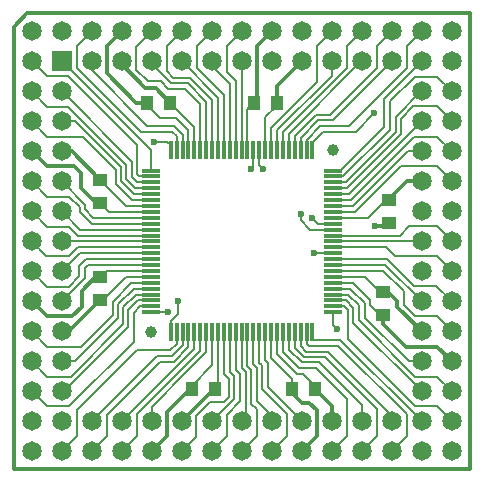
<source format=gtl>
G04 Layer_Physical_Order=1*
G04 Layer_Color=255*
%FSLAX44Y44*%
%MOMM*%
G71*
G01*
G75*
%ADD10R,1.5000X0.3000*%
%ADD11R,0.3000X1.5000*%
%ADD12C,1.0000*%
%ADD13R,1.3000X1.0000*%
%ADD14R,1.0000X1.3000*%
%ADD15C,0.2000*%
%ADD16C,0.3500*%
%ADD17C,1.6510*%
%ADD18R,1.6510X1.6510*%
%ADD19C,0.6000*%
D10*
X-77000Y60000D02*
D03*
Y55000D02*
D03*
Y50000D02*
D03*
Y45000D02*
D03*
Y40000D02*
D03*
Y35000D02*
D03*
Y30000D02*
D03*
Y25000D02*
D03*
Y20000D02*
D03*
Y15000D02*
D03*
Y10000D02*
D03*
Y5000D02*
D03*
Y-0D02*
D03*
Y-5000D02*
D03*
Y-10000D02*
D03*
Y-15000D02*
D03*
Y-20000D02*
D03*
Y-25000D02*
D03*
Y-30000D02*
D03*
Y-35000D02*
D03*
Y-40000D02*
D03*
Y-45000D02*
D03*
Y-50000D02*
D03*
Y-55000D02*
D03*
Y-60000D02*
D03*
X77000D02*
D03*
Y-55000D02*
D03*
Y-50000D02*
D03*
Y-45000D02*
D03*
Y-40000D02*
D03*
Y-35000D02*
D03*
Y-30000D02*
D03*
Y-25000D02*
D03*
Y-20000D02*
D03*
Y-15000D02*
D03*
Y-10000D02*
D03*
Y-5000D02*
D03*
Y-0D02*
D03*
Y5000D02*
D03*
Y10000D02*
D03*
Y15000D02*
D03*
Y20000D02*
D03*
Y25000D02*
D03*
Y30000D02*
D03*
Y35000D02*
D03*
Y40000D02*
D03*
Y45000D02*
D03*
Y50000D02*
D03*
Y55000D02*
D03*
Y60000D02*
D03*
D11*
X-60000Y-77000D02*
D03*
X-55000D02*
D03*
X-50000D02*
D03*
X-45000D02*
D03*
X-40000D02*
D03*
X-35000D02*
D03*
X-30000D02*
D03*
X-25000D02*
D03*
X-20000D02*
D03*
X-15000D02*
D03*
X-10000D02*
D03*
X-5000D02*
D03*
X-0D02*
D03*
X5000D02*
D03*
X10000D02*
D03*
X15000D02*
D03*
X20000D02*
D03*
X25000D02*
D03*
X30000D02*
D03*
X35000D02*
D03*
X40000D02*
D03*
X45000D02*
D03*
X50000D02*
D03*
X55000D02*
D03*
X60000D02*
D03*
Y77000D02*
D03*
X55000D02*
D03*
X50000D02*
D03*
X45000D02*
D03*
X40000D02*
D03*
X35000D02*
D03*
X30000D02*
D03*
X25000D02*
D03*
X20000D02*
D03*
X15000D02*
D03*
X10000D02*
D03*
X5000D02*
D03*
X-0D02*
D03*
X-5000D02*
D03*
X-10000D02*
D03*
X-15000D02*
D03*
X-20000D02*
D03*
X-25000D02*
D03*
X-30000D02*
D03*
X-35000D02*
D03*
X-40000D02*
D03*
X-45000D02*
D03*
X-50000D02*
D03*
X-55000D02*
D03*
X-60000D02*
D03*
D12*
X77000D02*
D03*
X-77000Y-77000D02*
D03*
D13*
X-120000Y52250D02*
D03*
Y32750D02*
D03*
Y-30250D02*
D03*
Y-49750D02*
D03*
X120000Y-62250D02*
D03*
Y-42750D02*
D03*
X125000Y15250D02*
D03*
Y34750D02*
D03*
D14*
X-42250Y-125000D02*
D03*
X-22750D02*
D03*
X42750D02*
D03*
X62250D02*
D03*
X29750Y117500D02*
D03*
X10250D02*
D03*
X-60250D02*
D03*
X-79750D02*
D03*
D15*
X-77000Y60000D02*
Y76999D01*
X-152400Y152400D02*
X-77000Y76999D01*
X-165150Y139750D02*
X-147000D01*
X-177800Y152400D02*
X-165150Y139750D01*
X-164800Y114000D02*
X-147000D01*
X-177800Y127000D02*
X-164800Y114000D01*
X-147000Y139750D02*
X-88500Y81250D01*
X-152400Y127000D02*
X-93000Y67600D01*
X-147000Y114000D02*
X-97500Y64500D01*
X-152400Y101600D02*
X-140964D01*
X-102000Y62636D01*
X-134478Y88750D02*
X-106500Y60772D01*
X-164950Y88750D02*
X-134478D01*
X-177800Y101600D02*
X-164950Y88750D01*
X-91228Y40000D02*
X-77000D01*
X-102000Y50772D02*
Y62636D01*
Y50772D02*
X-91228Y40000D01*
X-88500Y57000D02*
Y81250D01*
Y57000D02*
X-86500Y55000D01*
X-77000D01*
X-88500Y50000D02*
X-77000D01*
X-93000Y54500D02*
X-88500Y50000D01*
X-93000Y54500D02*
Y67600D01*
X-97500Y52636D02*
Y64500D01*
Y52636D02*
X-89864Y45000D01*
X-77000D01*
X-106500Y48750D02*
Y60772D01*
Y48750D02*
X-92750Y35000D01*
X-77000D01*
X-97750Y30000D02*
X-77000D01*
X-120000Y52250D02*
X-97750Y30000D01*
X-112250Y25000D02*
X-77000D01*
X-120000Y32750D02*
X-112250Y25000D01*
X-125500Y20000D02*
X-77000D01*
X-127000Y15000D02*
X-77000D01*
X-132550Y27050D02*
X-125500Y20000D01*
X-132550Y27050D02*
Y30950D01*
X-152400Y50800D02*
X-132550Y30950D01*
X-137050Y25050D02*
X-127000Y15000D01*
X-137050Y25050D02*
Y29086D01*
X-145714Y37750D02*
X-137050Y29086D01*
X-164750Y37750D02*
X-145714D01*
X-177800Y50800D02*
X-164750Y37750D01*
X-137000Y10000D02*
X-77000D01*
X-152400Y25400D02*
X-137000Y10000D01*
X-138750Y5000D02*
X-77000D01*
X-146250Y12500D02*
X-138750Y5000D01*
X-164900Y12500D02*
X-146250D01*
X-177800Y25400D02*
X-164900Y12500D01*
X-152400Y-0D02*
X-77000D01*
X-138750Y-5000D02*
X-77000D01*
X-146250Y-12500D02*
X-138750Y-5000D01*
X-165300Y-12500D02*
X-146250D01*
X-177800Y-0D02*
X-165300Y-12500D01*
X-137000Y-10000D02*
X-77000D01*
X-152400Y-25400D02*
X-137000Y-10000D01*
X-177800Y-25400D02*
X-164950Y-38250D01*
X-132000Y-15000D02*
X-77000D01*
X-137500Y-20500D02*
X-132000Y-15000D01*
X-129750Y-20000D02*
X-77000D01*
X-132500Y-22750D02*
X-129750Y-20000D01*
X-152400Y-50800D02*
X-132500Y-30900D01*
Y-22750D01*
X-164950Y-38250D02*
X-146214D01*
X-137500Y-29536D01*
Y-20500D01*
X-165000Y-89000D02*
X-136250D01*
X-177800Y-76200D02*
X-165000Y-89000D01*
X-152400Y-101600D02*
X-141350D01*
X-164900Y-114500D02*
X-144750D01*
X-177800Y-101600D02*
X-164900Y-114500D01*
X-152400Y-127000D02*
X-150000D01*
X-86000Y-55000D02*
X-77000D01*
X-114750Y-25000D02*
X-77000D01*
X-120000Y-30250D02*
X-114750Y-25000D01*
X-91500Y-40000D02*
X-77000D01*
X-87500Y-50000D02*
X-77000D01*
X-89750Y-45000D02*
X-77000D01*
X-93250Y-35000D02*
X-77000D01*
X-120000Y-49750D02*
X-117250D01*
X-97500Y-30000D01*
X-77000D01*
X-136250Y-89000D02*
X-109250Y-62000D01*
Y-51000D01*
X-93250Y-35000D01*
X-104750Y-53250D02*
X-91500Y-40000D01*
X-141350Y-101600D02*
X-104750Y-65000D01*
Y-53250D01*
X-100250Y-55500D02*
X-89750Y-45000D01*
X-144750Y-114500D02*
X-100250Y-70000D01*
Y-55500D01*
X-95750Y-58250D02*
X-87500Y-50000D01*
X-150000Y-127000D02*
X-95750Y-72750D01*
Y-58250D01*
X-91250Y-60250D02*
X-86000Y-55000D01*
X-177800Y-127000D02*
X-165050Y-139750D01*
X-91250Y-84750D02*
Y-60250D01*
X-165050Y-139750D02*
X-146250D01*
X-91250Y-84750D01*
X-139500Y-143000D02*
X-88250Y-91750D01*
X-139500Y-164900D02*
Y-143000D01*
X-152400Y-177800D02*
X-139500Y-164900D01*
X-127000Y-152400D02*
X-71600Y-97000D01*
X-127000Y-177800D02*
X-114250Y-165050D01*
Y-146750D01*
X-69250Y-101750D01*
X-55000Y-86500D02*
Y-77000D01*
X-50000Y-87864D02*
Y-77000D01*
X-45000Y-89228D02*
Y-77000D01*
X-40000Y-90800D02*
Y-77000D01*
X-101600Y-177800D02*
X-88750Y-164950D01*
X-35000Y-92500D02*
Y-77000D01*
X-76200Y-152400D02*
Y-140001D01*
X-88750Y-164950D02*
Y-146187D01*
X-88250Y-91750D02*
X-60250D01*
X-55000Y-86500D01*
X-71600Y-97000D02*
X-59136D01*
X-50000Y-87864D01*
X-69250Y-101750D02*
X-57522D01*
X-45000Y-89228D01*
X-101600Y-152400D02*
X-40000Y-90800D01*
X-48064Y-105500D02*
X-48000D01*
X-35000Y-92500D01*
X-88750Y-146187D02*
X-48064Y-105500D01*
X-76200Y-140001D02*
X-46199Y-110000D01*
X-46136D01*
X-30000Y-93864D01*
Y-77000D01*
X-42250Y-125000D02*
Y-122000D01*
X-25000Y-104750D01*
Y-77000D01*
X-22750Y-125000D02*
X-20000Y-122250D01*
Y-77000D01*
X-50800Y-177800D02*
X-38250Y-165250D01*
Y-147750D01*
X-26500Y-136000D01*
X-15000D01*
X-15000Y-112500D02*
Y-77000D01*
X-25400Y-152400D02*
X-24650D01*
X-10000Y-110250D02*
Y-77000D01*
X-25400Y-177800D02*
X-12750Y-165150D01*
Y-146864D01*
X-5000Y-108750D02*
Y-77000D01*
X0Y-107386D02*
Y-77000D01*
X-0Y-177800D02*
X12750Y-165050D01*
X5000Y-105500D02*
Y-77000D01*
X12750Y-165050D02*
Y-141750D01*
X25400Y-152400D02*
Y-147650D01*
X10000Y-104000D02*
Y-77000D01*
X25400Y-177800D02*
X38250Y-164950D01*
Y-146250D01*
X15000Y-102636D02*
Y-77000D01*
X17250Y-125250D02*
X38250Y-146250D01*
X17250Y-125250D02*
Y-104886D01*
X15000Y-102636D02*
X17250Y-104886D01*
X10000Y-104000D02*
X12750Y-106750D01*
Y-135000D02*
X25400Y-147650D01*
X12750Y-135000D02*
Y-106750D01*
X8250Y-137250D02*
X12750Y-141750D01*
X8250Y-137250D02*
Y-108750D01*
X5000Y-105500D02*
X8250Y-108750D01*
X-0Y-152400D02*
X3500Y-148900D01*
Y-110886D01*
X0Y-107386D02*
X3500Y-110886D01*
X-12750Y-146864D02*
X-1250Y-135364D01*
Y-112500D01*
X-5000Y-108750D02*
X-1250Y-112500D01*
X-24650Y-152400D02*
X-6000Y-133750D01*
Y-114250D01*
X-10000Y-110250D02*
X-6000Y-114250D01*
X-15000Y-136000D02*
X-11000Y-132000D01*
Y-116500D01*
X-15000Y-112500D02*
X-11000Y-116500D01*
X50800Y-152400D02*
Y-152050D01*
X22250Y-123500D02*
X50800Y-152050D01*
X22250Y-123500D02*
Y-103000D01*
X20000Y-100750D02*
X22250Y-103000D01*
X20000Y-100750D02*
Y-77000D01*
X42750Y-125000D02*
Y-116250D01*
X25000Y-98500D02*
X42750Y-116250D01*
X25000Y-98500D02*
Y-77000D01*
X62250Y-125000D02*
Y-122250D01*
X52250Y-112250D02*
X62250Y-122250D01*
X46750Y-112250D02*
X52250D01*
X30000Y-95500D02*
X46750Y-112250D01*
X30000Y-95500D02*
Y-77000D01*
X76200Y-177800D02*
X89000Y-165000D01*
Y-133250D01*
X35000Y-93750D02*
Y-77000D01*
Y-93750D02*
X48500Y-107250D01*
X63000D01*
X89000Y-133250D01*
X101600Y-152400D02*
Y-138600D01*
X65500Y-102500D02*
X101600Y-138600D01*
X50750Y-102500D02*
X65500D01*
X40000Y-91750D02*
X50750Y-102500D01*
X40000Y-91750D02*
Y-77000D01*
X101600Y-177800D02*
X114250Y-165150D01*
Y-141500D01*
X70750Y-98000D02*
X114250Y-141500D01*
X52750Y-98000D02*
X70750D01*
X45000Y-90250D02*
X52750Y-98000D01*
X45000Y-90250D02*
Y-77000D01*
X127000Y-152400D02*
Y-147500D01*
X72750Y-93250D02*
X127000Y-147500D01*
X54364Y-93250D02*
X72750D01*
X50000Y-88886D02*
X54364Y-93250D01*
X50000Y-88886D02*
Y-77000D01*
X127000Y-177800D02*
X139750Y-165050D01*
X55000Y-86500D02*
X57250Y-88750D01*
X55000Y-86500D02*
Y-77000D01*
X57250Y-88750D02*
X82000D01*
X139750Y-146500D01*
Y-165050D02*
Y-146500D01*
X165150Y-139750D02*
X177800Y-152400D01*
X146750Y-139750D02*
X165150D01*
X89750Y-82750D02*
X146750Y-139750D01*
X87000Y-55000D02*
X89750Y-57750D01*
X77000Y-55000D02*
X87000D01*
X88500Y-50000D02*
X94500Y-56000D01*
X77000Y-50000D02*
X88500D01*
X165300Y-114500D02*
X177800Y-127000D01*
X147250Y-114500D02*
X165300D01*
X90250Y-45000D02*
X99250Y-54000D01*
X77000Y-45000D02*
X90250D01*
X141350Y-101600D02*
X152400D01*
X92000Y-40000D02*
X104250Y-52250D01*
X77000Y-40000D02*
X92000D01*
X77000Y-35000D02*
X94750D01*
X165100Y-63500D02*
X177800Y-76200D01*
X147250Y-63500D02*
X165100D01*
X137250Y-53500D02*
X147250Y-63500D01*
X137250Y-53500D02*
Y-42150D01*
X120100Y-25000D02*
X137250Y-42150D01*
X77000Y-25000D02*
X120100D01*
X77000Y-20000D02*
X121600D01*
X152400Y-50800D01*
X94750Y-35000D02*
X109000Y-49250D01*
Y-54000D02*
Y-49250D01*
Y-54000D02*
X117250Y-62250D01*
X120000D01*
X77000Y-30000D02*
X104750D01*
X117500Y-42750D01*
X120000D01*
X165000Y-38000D02*
X177800Y-50800D01*
X145964Y-38000D02*
X165000D01*
X122964Y-15000D02*
X145964Y-38000D01*
X77000Y-15000D02*
X122964D01*
X165150Y-12750D02*
X177800Y-25400D01*
X130000Y-12750D02*
X165150D01*
X122250Y-5000D02*
X130000Y-12750D01*
X77000Y-5000D02*
X122250D01*
X77000Y-0D02*
X152400D01*
X77000Y0D02*
X77000Y-0D01*
X165050Y12750D02*
X177800Y-0D01*
X141500Y12750D02*
X165050D01*
X133750Y5000D02*
X141500Y12750D01*
X77000Y5000D02*
X133750D01*
X165100Y63500D02*
X177800Y50800D01*
X165250Y88750D02*
X177800Y76200D01*
X77000Y20000D02*
X107250D01*
X122000Y34750D01*
X125000D01*
X90800Y40000D02*
X152400Y101600D01*
X77000Y40000D02*
X90800D01*
X77000Y35000D02*
X92500D01*
X146250Y88750D01*
X165250D01*
X77000Y30000D02*
X94500D01*
X140700Y76200D01*
X152400D01*
X77000Y25000D02*
X96250D01*
X134750Y63500D01*
X165100D01*
X77000Y45000D02*
X89436D01*
X135000Y90564D01*
Y103750D01*
X145500Y114250D01*
X165150D01*
X177800Y101600D01*
X77000Y50000D02*
X88000D01*
X130500Y92500D01*
Y105614D01*
X151886Y127000D01*
X152400D01*
X77000Y55000D02*
X86250D01*
X125750Y94500D01*
Y118500D01*
X146750Y139500D01*
X165300D01*
X177800Y127000D01*
X77000Y60000D02*
X83250D01*
X120500Y97250D01*
Y120500D01*
X152400Y152400D01*
X55000Y77000D02*
Y86250D01*
X66500Y97750D01*
X90750D01*
X139750Y146750D01*
Y165150D01*
X152400Y177800D01*
X50000Y77000D02*
Y87750D01*
X64750Y102500D01*
X77100D01*
X127000Y152400D01*
X45000Y77000D02*
Y89250D01*
X62750Y107000D01*
X74750D01*
X114250Y146500D01*
Y165050D01*
X127000Y177800D01*
X40000Y77000D02*
Y91000D01*
X101400Y152400D01*
X101600D01*
X35000Y77000D02*
Y92750D01*
X89000Y146750D01*
Y165200D01*
X101600Y177800D01*
X30000Y77000D02*
Y94250D01*
X76200Y140450D01*
Y152400D01*
X25000Y77000D02*
Y96250D01*
X63500Y134750D01*
Y165100D01*
X76200Y177800D01*
X5000Y77000D02*
Y112250D01*
X-0Y77000D02*
Y152400D01*
X-5000Y77000D02*
Y135750D01*
X-12500Y143250D02*
X-5000Y135750D01*
X-12500Y143250D02*
Y165300D01*
X-0Y177800D01*
X-10000Y77000D02*
Y133500D01*
X-25400Y148900D02*
X-10000Y133500D01*
X-25400Y148900D02*
Y152400D01*
X-38000Y165200D02*
X-25400Y177800D01*
X-20000Y77000D02*
Y121600D01*
X-50800Y152400D02*
X-20000Y121600D01*
X-38000Y146750D02*
Y165200D01*
Y146750D02*
X-15000Y123750D01*
Y77000D02*
Y123750D01*
X-25000Y77000D02*
Y120000D01*
X-63500Y144250D02*
X-57750Y138500D01*
X-63500Y144250D02*
Y165100D01*
X-50800Y177800D01*
X-30000Y77000D02*
Y118250D01*
X-76200Y150200D02*
X-59750Y133750D01*
X-76200Y150200D02*
Y152400D01*
X-35000Y77000D02*
Y116500D01*
X-43500Y138500D02*
X-25000Y120000D01*
X-45500Y133750D02*
X-30000Y118250D01*
X-57750Y138500D02*
X-43500D01*
X-59750Y133750D02*
X-45500D01*
X20000Y77000D02*
Y105000D01*
X29750Y114750D01*
Y117500D01*
X5000Y112250D02*
X10250Y117500D01*
X-47500Y129000D02*
X-35000Y116500D01*
X-62000Y129000D02*
X-47500D01*
X-89000Y145500D02*
Y165000D01*
X-76200Y177800D01*
X-40000Y77000D02*
Y97250D01*
X-45000Y77000D02*
Y94000D01*
X-55500Y104500D02*
X-45000Y94000D01*
X-89000Y145500D02*
X-79000Y135500D01*
X-68500D01*
X-62000Y129000D01*
X-60250Y117500D02*
X-40000Y97250D01*
X-69000Y104500D02*
X-55500D01*
X-79750Y115250D02*
X-69000Y104500D01*
X-79750Y115250D02*
Y117500D01*
X-50000Y77000D02*
Y90500D01*
X-127000Y145250D02*
Y152400D01*
Y145250D02*
X-79750Y98000D01*
X-57500D01*
X-50000Y90500D01*
X-55000Y77000D02*
Y89000D01*
X-58750Y92750D02*
X-55000Y89000D01*
X-85250Y92750D02*
X-58750D01*
X-139500Y147000D02*
X-85250Y92750D01*
X-139500Y147000D02*
Y165300D01*
X-127000Y177800D01*
X-53750Y-61250D02*
Y-50500D01*
X-77000Y-60000D02*
X-62000D01*
X-60000Y-77000D02*
Y-67500D01*
X-53750Y-61250D01*
X61000Y-10000D02*
X77000D01*
X64500Y15000D02*
X77000D01*
X59750Y19750D02*
X64500Y15000D01*
X50000Y18000D02*
Y23250D01*
Y18000D02*
X58000Y10000D01*
X77000D01*
X60000Y77000D02*
Y83750D01*
X69000Y92750D01*
X96500D01*
X112250Y108500D01*
X10000Y63250D02*
Y77000D01*
X8000Y61250D02*
X10000Y63250D01*
X15000Y64750D02*
Y77000D01*
Y64750D02*
X18500Y61250D01*
X-60000Y77000D02*
Y81750D01*
X-62750Y84500D02*
X-60000Y81750D01*
X-73750Y84500D02*
X-62750D01*
X104250Y-64500D02*
Y-52250D01*
Y-64500D02*
X141350Y-101600D01*
X99250Y-66500D02*
Y-54000D01*
Y-66500D02*
X147250Y-114500D01*
X94500Y-69100D02*
Y-56000D01*
Y-69100D02*
X152400Y-127000D01*
X89750Y-82750D02*
Y-57750D01*
X83500Y-83500D02*
X152400Y-152400D01*
X60000Y-83500D02*
Y-77000D01*
X77000Y-70750D02*
X80750Y-74500D01*
X60000Y-83500D02*
X83500D01*
X77000Y-70750D02*
Y-60000D01*
D16*
X-143950Y76200D02*
X-120000Y52250D01*
X-152400Y76200D02*
X-143950D01*
X-165100Y63500D02*
X-141750D01*
X-177800Y76200D02*
X-165100Y63500D01*
X-123500Y32750D02*
X-120000D01*
X-136000Y45250D02*
X-123500Y32750D01*
X-136000Y45250D02*
Y57750D01*
X-141750Y63500D02*
X-136000Y57750D01*
X-177800Y-50800D02*
X-165100Y-63500D01*
X-135500Y-42000D02*
X-123750Y-30250D01*
X-120000D01*
X-152400Y-76200D02*
X-146450D01*
X-120000Y-49750D01*
X-165100Y-63500D02*
X-143500D01*
X-135500Y-55500D01*
Y-42000D01*
X-76200Y-177800D02*
X-63305Y-164905D01*
Y-144805D01*
X-43500Y-125000D01*
X-42250D01*
X-22750Y-128750D02*
Y-125000D01*
X-50800Y-152400D02*
X-27150Y-128750D01*
X50800Y-177800D02*
X63500Y-165100D01*
Y-143000D01*
X57500Y-137000D02*
X63500Y-143000D01*
X51000Y-137000D02*
X57500D01*
X42750Y-128750D02*
X51000Y-137000D01*
X42750Y-128750D02*
Y-125000D01*
X76200Y-152400D02*
Y-138950D01*
X62250Y-125000D02*
X76200Y-138950D01*
X165200Y-89000D02*
X177800Y-101600D01*
X131750Y-55550D02*
X152400Y-76200D01*
X131750Y-55550D02*
Y-50750D01*
X123750Y-42750D02*
X131750Y-50750D01*
X120000Y-42750D02*
X123750D01*
X120000Y-69750D02*
Y-62250D01*
Y-69750D02*
X139250Y-89000D01*
X165200D01*
X140300Y50800D02*
X152400D01*
X125000Y35500D02*
X140300Y50800D01*
X125000Y34750D02*
Y35500D01*
X12895Y120145D02*
Y165295D01*
X25400Y177800D01*
X29750Y131350D02*
X50800Y152400D01*
X29750Y117500D02*
Y131350D01*
X10250Y117500D02*
X12895Y120145D01*
X-81500Y130000D02*
X-72750D01*
X-101600Y150100D02*
X-81500Y130000D01*
X-101600Y150100D02*
Y152400D01*
X-72750Y130000D02*
X-60250Y117500D01*
X-89250D02*
X-79750D01*
X-114250Y142500D02*
X-89250Y117500D01*
X-114250Y142500D02*
Y165150D01*
X-101600Y177800D01*
X122500Y12750D02*
X125000Y15250D01*
X113250Y12750D02*
X122500D01*
X-122750Y-32750D02*
X-120000D01*
X-27150Y-128750D02*
X-22750D01*
X-181610Y193040D02*
X193040D01*
X-193040Y181610D02*
X-181610Y193040D01*
X-193040Y-193040D02*
Y181610D01*
X193040Y-193040D02*
Y193040D01*
X-193040Y-193040D02*
X193040D01*
D17*
X177800Y-177800D02*
D03*
Y-152400D02*
D03*
Y-127000D02*
D03*
Y-101600D02*
D03*
Y-76200D02*
D03*
Y-50800D02*
D03*
Y-25400D02*
D03*
Y-0D02*
D03*
Y25400D02*
D03*
Y50800D02*
D03*
Y76200D02*
D03*
Y101600D02*
D03*
Y127000D02*
D03*
Y152400D02*
D03*
Y177800D02*
D03*
X152400Y-177800D02*
D03*
Y-127000D02*
D03*
Y-101600D02*
D03*
Y-76200D02*
D03*
Y-50800D02*
D03*
Y-25400D02*
D03*
Y-0D02*
D03*
Y25400D02*
D03*
Y50800D02*
D03*
Y76200D02*
D03*
Y101600D02*
D03*
Y127000D02*
D03*
Y177800D02*
D03*
X127000Y-177800D02*
D03*
Y-152400D02*
D03*
Y152400D02*
D03*
Y177800D02*
D03*
X101600Y-177800D02*
D03*
Y-152400D02*
D03*
Y152400D02*
D03*
Y177800D02*
D03*
X76200Y-177800D02*
D03*
Y-152400D02*
D03*
Y152400D02*
D03*
Y177800D02*
D03*
X50800Y-177800D02*
D03*
Y-152400D02*
D03*
Y152400D02*
D03*
Y177800D02*
D03*
X25400Y-177800D02*
D03*
Y-152400D02*
D03*
Y152400D02*
D03*
Y177800D02*
D03*
X-0Y-177800D02*
D03*
Y-152400D02*
D03*
Y152400D02*
D03*
Y177800D02*
D03*
X-25400Y-177800D02*
D03*
Y-152400D02*
D03*
Y152400D02*
D03*
Y177800D02*
D03*
X-50800Y-177800D02*
D03*
Y-152400D02*
D03*
Y152400D02*
D03*
Y177800D02*
D03*
X-76200Y-177800D02*
D03*
Y-152400D02*
D03*
Y152400D02*
D03*
Y177800D02*
D03*
X-101600Y-177800D02*
D03*
Y-152400D02*
D03*
Y152400D02*
D03*
Y177800D02*
D03*
X-127000Y-177800D02*
D03*
Y-152400D02*
D03*
Y152400D02*
D03*
Y177800D02*
D03*
X-152400Y-177800D02*
D03*
Y-127000D02*
D03*
Y-101600D02*
D03*
Y-76200D02*
D03*
Y-50800D02*
D03*
Y-25400D02*
D03*
Y-0D02*
D03*
Y25400D02*
D03*
Y50800D02*
D03*
Y76200D02*
D03*
Y101600D02*
D03*
Y127000D02*
D03*
Y177800D02*
D03*
X-177800Y-177800D02*
D03*
Y-152400D02*
D03*
Y-127000D02*
D03*
Y-101600D02*
D03*
Y-76200D02*
D03*
Y-50800D02*
D03*
Y-25400D02*
D03*
Y-0D02*
D03*
Y25400D02*
D03*
Y50800D02*
D03*
Y76200D02*
D03*
Y101600D02*
D03*
Y127000D02*
D03*
Y152400D02*
D03*
Y177800D02*
D03*
X-152400Y-152400D02*
D03*
X152400D02*
D03*
Y152400D02*
D03*
D18*
X-152400D02*
D03*
D19*
X-53750Y-50500D02*
D03*
X-62000Y-60000D02*
D03*
X61000Y-10000D02*
D03*
X113250Y12750D02*
D03*
X59750Y19750D02*
D03*
X50000Y23250D02*
D03*
X112250Y108500D02*
D03*
X18500Y61250D02*
D03*
X8000Y61250D02*
D03*
X-73750Y84500D02*
D03*
X80750Y-74500D02*
D03*
M02*

</source>
